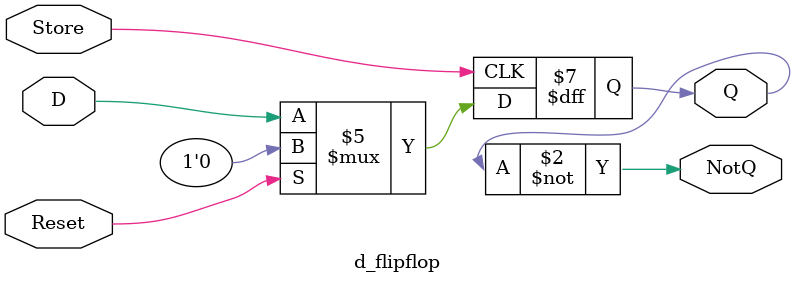
<source format=v>
module d_flipflop(
    input D, Store, Reset,
    output reg Q, 
    output NotQ
);

initial begin
    Q <= 0;
end


always @(posedge Store) begin
        if (Reset) begin 
            Q <= 0;  end 
        else begin   
            Q<=D;    end
end

assign NotQ = ~Q; 


endmodule

</source>
